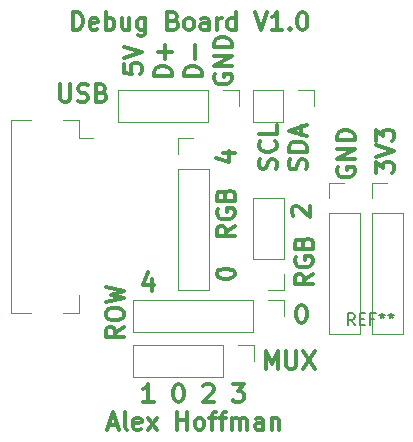
<source format=gbr>
G04 #@! TF.GenerationSoftware,KiCad,Pcbnew,5.1.5*
G04 #@! TF.CreationDate,2020-04-09T00:42:44+02:00*
G04 #@! TF.ProjectId,debug_control_board,64656275-675f-4636-9f6e-74726f6c5f62,rev?*
G04 #@! TF.SameCoordinates,Original*
G04 #@! TF.FileFunction,Legend,Top*
G04 #@! TF.FilePolarity,Positive*
%FSLAX46Y46*%
G04 Gerber Fmt 4.6, Leading zero omitted, Abs format (unit mm)*
G04 Created by KiCad (PCBNEW 5.1.5) date 2020-04-09 00:42:44*
%MOMM*%
%LPD*%
G04 APERTURE LIST*
%ADD10C,0.300000*%
%ADD11C,0.120000*%
%ADD12C,0.150000*%
G04 APERTURE END LIST*
D10*
X124150000Y-105475000D02*
X124864285Y-105475000D01*
X124007142Y-105903571D02*
X124507142Y-104403571D01*
X125007142Y-105903571D01*
X125721428Y-105903571D02*
X125578571Y-105832142D01*
X125507142Y-105689285D01*
X125507142Y-104403571D01*
X126864285Y-105832142D02*
X126721428Y-105903571D01*
X126435714Y-105903571D01*
X126292857Y-105832142D01*
X126221428Y-105689285D01*
X126221428Y-105117857D01*
X126292857Y-104975000D01*
X126435714Y-104903571D01*
X126721428Y-104903571D01*
X126864285Y-104975000D01*
X126935714Y-105117857D01*
X126935714Y-105260714D01*
X126221428Y-105403571D01*
X127435714Y-105903571D02*
X128221428Y-104903571D01*
X127435714Y-104903571D02*
X128221428Y-105903571D01*
X129935714Y-105903571D02*
X129935714Y-104403571D01*
X129935714Y-105117857D02*
X130792857Y-105117857D01*
X130792857Y-105903571D02*
X130792857Y-104403571D01*
X131721428Y-105903571D02*
X131578571Y-105832142D01*
X131507142Y-105760714D01*
X131435714Y-105617857D01*
X131435714Y-105189285D01*
X131507142Y-105046428D01*
X131578571Y-104975000D01*
X131721428Y-104903571D01*
X131935714Y-104903571D01*
X132078571Y-104975000D01*
X132150000Y-105046428D01*
X132221428Y-105189285D01*
X132221428Y-105617857D01*
X132150000Y-105760714D01*
X132078571Y-105832142D01*
X131935714Y-105903571D01*
X131721428Y-105903571D01*
X132650000Y-104903571D02*
X133221428Y-104903571D01*
X132864285Y-105903571D02*
X132864285Y-104617857D01*
X132935714Y-104475000D01*
X133078571Y-104403571D01*
X133221428Y-104403571D01*
X133507142Y-104903571D02*
X134078571Y-104903571D01*
X133721428Y-105903571D02*
X133721428Y-104617857D01*
X133792857Y-104475000D01*
X133935714Y-104403571D01*
X134078571Y-104403571D01*
X134578571Y-105903571D02*
X134578571Y-104903571D01*
X134578571Y-105046428D02*
X134650000Y-104975000D01*
X134792857Y-104903571D01*
X135007142Y-104903571D01*
X135150000Y-104975000D01*
X135221428Y-105117857D01*
X135221428Y-105903571D01*
X135221428Y-105117857D02*
X135292857Y-104975000D01*
X135435714Y-104903571D01*
X135650000Y-104903571D01*
X135792857Y-104975000D01*
X135864285Y-105117857D01*
X135864285Y-105903571D01*
X137221428Y-105903571D02*
X137221428Y-105117857D01*
X137150000Y-104975000D01*
X137007142Y-104903571D01*
X136721428Y-104903571D01*
X136578571Y-104975000D01*
X137221428Y-105832142D02*
X137078571Y-105903571D01*
X136721428Y-105903571D01*
X136578571Y-105832142D01*
X136507142Y-105689285D01*
X136507142Y-105546428D01*
X136578571Y-105403571D01*
X136721428Y-105332142D01*
X137078571Y-105332142D01*
X137221428Y-105260714D01*
X137935714Y-104903571D02*
X137935714Y-105903571D01*
X137935714Y-105046428D02*
X138007142Y-104975000D01*
X138150000Y-104903571D01*
X138364285Y-104903571D01*
X138507142Y-104975000D01*
X138578571Y-105117857D01*
X138578571Y-105903571D01*
X121110714Y-72053571D02*
X121110714Y-70553571D01*
X121467857Y-70553571D01*
X121682142Y-70625000D01*
X121825000Y-70767857D01*
X121896428Y-70910714D01*
X121967857Y-71196428D01*
X121967857Y-71410714D01*
X121896428Y-71696428D01*
X121825000Y-71839285D01*
X121682142Y-71982142D01*
X121467857Y-72053571D01*
X121110714Y-72053571D01*
X123182142Y-71982142D02*
X123039285Y-72053571D01*
X122753571Y-72053571D01*
X122610714Y-71982142D01*
X122539285Y-71839285D01*
X122539285Y-71267857D01*
X122610714Y-71125000D01*
X122753571Y-71053571D01*
X123039285Y-71053571D01*
X123182142Y-71125000D01*
X123253571Y-71267857D01*
X123253571Y-71410714D01*
X122539285Y-71553571D01*
X123896428Y-72053571D02*
X123896428Y-70553571D01*
X123896428Y-71125000D02*
X124039285Y-71053571D01*
X124325000Y-71053571D01*
X124467857Y-71125000D01*
X124539285Y-71196428D01*
X124610714Y-71339285D01*
X124610714Y-71767857D01*
X124539285Y-71910714D01*
X124467857Y-71982142D01*
X124325000Y-72053571D01*
X124039285Y-72053571D01*
X123896428Y-71982142D01*
X125896428Y-71053571D02*
X125896428Y-72053571D01*
X125253571Y-71053571D02*
X125253571Y-71839285D01*
X125325000Y-71982142D01*
X125467857Y-72053571D01*
X125682142Y-72053571D01*
X125825000Y-71982142D01*
X125896428Y-71910714D01*
X127253571Y-71053571D02*
X127253571Y-72267857D01*
X127182142Y-72410714D01*
X127110714Y-72482142D01*
X126967857Y-72553571D01*
X126753571Y-72553571D01*
X126610714Y-72482142D01*
X127253571Y-71982142D02*
X127110714Y-72053571D01*
X126825000Y-72053571D01*
X126682142Y-71982142D01*
X126610714Y-71910714D01*
X126539285Y-71767857D01*
X126539285Y-71339285D01*
X126610714Y-71196428D01*
X126682142Y-71125000D01*
X126825000Y-71053571D01*
X127110714Y-71053571D01*
X127253571Y-71125000D01*
X129610714Y-71267857D02*
X129825000Y-71339285D01*
X129896428Y-71410714D01*
X129967857Y-71553571D01*
X129967857Y-71767857D01*
X129896428Y-71910714D01*
X129825000Y-71982142D01*
X129682142Y-72053571D01*
X129110714Y-72053571D01*
X129110714Y-70553571D01*
X129610714Y-70553571D01*
X129753571Y-70625000D01*
X129825000Y-70696428D01*
X129896428Y-70839285D01*
X129896428Y-70982142D01*
X129825000Y-71125000D01*
X129753571Y-71196428D01*
X129610714Y-71267857D01*
X129110714Y-71267857D01*
X130825000Y-72053571D02*
X130682142Y-71982142D01*
X130610714Y-71910714D01*
X130539285Y-71767857D01*
X130539285Y-71339285D01*
X130610714Y-71196428D01*
X130682142Y-71125000D01*
X130825000Y-71053571D01*
X131039285Y-71053571D01*
X131182142Y-71125000D01*
X131253571Y-71196428D01*
X131325000Y-71339285D01*
X131325000Y-71767857D01*
X131253571Y-71910714D01*
X131182142Y-71982142D01*
X131039285Y-72053571D01*
X130825000Y-72053571D01*
X132610714Y-72053571D02*
X132610714Y-71267857D01*
X132539285Y-71125000D01*
X132396428Y-71053571D01*
X132110714Y-71053571D01*
X131967857Y-71125000D01*
X132610714Y-71982142D02*
X132467857Y-72053571D01*
X132110714Y-72053571D01*
X131967857Y-71982142D01*
X131896428Y-71839285D01*
X131896428Y-71696428D01*
X131967857Y-71553571D01*
X132110714Y-71482142D01*
X132467857Y-71482142D01*
X132610714Y-71410714D01*
X133325000Y-72053571D02*
X133325000Y-71053571D01*
X133325000Y-71339285D02*
X133396428Y-71196428D01*
X133467857Y-71125000D01*
X133610714Y-71053571D01*
X133753571Y-71053571D01*
X134896428Y-72053571D02*
X134896428Y-70553571D01*
X134896428Y-71982142D02*
X134753571Y-72053571D01*
X134467857Y-72053571D01*
X134325000Y-71982142D01*
X134253571Y-71910714D01*
X134182142Y-71767857D01*
X134182142Y-71339285D01*
X134253571Y-71196428D01*
X134325000Y-71125000D01*
X134467857Y-71053571D01*
X134753571Y-71053571D01*
X134896428Y-71125000D01*
X136539285Y-70553571D02*
X137039285Y-72053571D01*
X137539285Y-70553571D01*
X138825000Y-72053571D02*
X137967857Y-72053571D01*
X138396428Y-72053571D02*
X138396428Y-70553571D01*
X138253571Y-70767857D01*
X138110714Y-70910714D01*
X137967857Y-70982142D01*
X139467857Y-71910714D02*
X139539285Y-71982142D01*
X139467857Y-72053571D01*
X139396428Y-71982142D01*
X139467857Y-71910714D01*
X139467857Y-72053571D01*
X140467857Y-70553571D02*
X140610714Y-70553571D01*
X140753571Y-70625000D01*
X140825000Y-70696428D01*
X140896428Y-70839285D01*
X140967857Y-71125000D01*
X140967857Y-71482142D01*
X140896428Y-71767857D01*
X140825000Y-71910714D01*
X140753571Y-71982142D01*
X140610714Y-72053571D01*
X140467857Y-72053571D01*
X140325000Y-71982142D01*
X140253571Y-71910714D01*
X140182142Y-71767857D01*
X140110714Y-71482142D01*
X140110714Y-71125000D01*
X140182142Y-70839285D01*
X140253571Y-70696428D01*
X140325000Y-70625000D01*
X140467857Y-70553571D01*
X125392571Y-97190571D02*
X124678285Y-97690571D01*
X125392571Y-98047714D02*
X123892571Y-98047714D01*
X123892571Y-97476285D01*
X123964000Y-97333428D01*
X124035428Y-97262000D01*
X124178285Y-97190571D01*
X124392571Y-97190571D01*
X124535428Y-97262000D01*
X124606857Y-97333428D01*
X124678285Y-97476285D01*
X124678285Y-98047714D01*
X123892571Y-96262000D02*
X123892571Y-95976285D01*
X123964000Y-95833428D01*
X124106857Y-95690571D01*
X124392571Y-95619142D01*
X124892571Y-95619142D01*
X125178285Y-95690571D01*
X125321142Y-95833428D01*
X125392571Y-95976285D01*
X125392571Y-96262000D01*
X125321142Y-96404857D01*
X125178285Y-96547714D01*
X124892571Y-96619142D01*
X124392571Y-96619142D01*
X124106857Y-96547714D01*
X123964000Y-96404857D01*
X123892571Y-96262000D01*
X123892571Y-95119142D02*
X125392571Y-94762000D01*
X124321142Y-94476285D01*
X125392571Y-94190571D01*
X123892571Y-93833428D01*
X134628000Y-102048571D02*
X135556571Y-102048571D01*
X135056571Y-102620000D01*
X135270857Y-102620000D01*
X135413714Y-102691428D01*
X135485142Y-102762857D01*
X135556571Y-102905714D01*
X135556571Y-103262857D01*
X135485142Y-103405714D01*
X135413714Y-103477142D01*
X135270857Y-103548571D01*
X134842285Y-103548571D01*
X134699428Y-103477142D01*
X134628000Y-103405714D01*
X132159428Y-102191428D02*
X132230857Y-102120000D01*
X132373714Y-102048571D01*
X132730857Y-102048571D01*
X132873714Y-102120000D01*
X132945142Y-102191428D01*
X133016571Y-102334285D01*
X133016571Y-102477142D01*
X132945142Y-102691428D01*
X132088000Y-103548571D01*
X133016571Y-103548571D01*
X129976571Y-102048571D02*
X130119428Y-102048571D01*
X130262285Y-102120000D01*
X130333714Y-102191428D01*
X130405142Y-102334285D01*
X130476571Y-102620000D01*
X130476571Y-102977142D01*
X130405142Y-103262857D01*
X130333714Y-103405714D01*
X130262285Y-103477142D01*
X130119428Y-103548571D01*
X129976571Y-103548571D01*
X129833714Y-103477142D01*
X129762285Y-103405714D01*
X129690857Y-103262857D01*
X129619428Y-102977142D01*
X129619428Y-102620000D01*
X129690857Y-102334285D01*
X129762285Y-102191428D01*
X129833714Y-102120000D01*
X129976571Y-102048571D01*
X127936571Y-103548571D02*
X127079428Y-103548571D01*
X127508000Y-103548571D02*
X127508000Y-102048571D01*
X127365142Y-102262857D01*
X127222285Y-102405714D01*
X127079428Y-102477142D01*
X137446000Y-100754571D02*
X137446000Y-99254571D01*
X137946000Y-100326000D01*
X138446000Y-99254571D01*
X138446000Y-100754571D01*
X139160285Y-99254571D02*
X139160285Y-100468857D01*
X139231714Y-100611714D01*
X139303142Y-100683142D01*
X139446000Y-100754571D01*
X139731714Y-100754571D01*
X139874571Y-100683142D01*
X139946000Y-100611714D01*
X140017428Y-100468857D01*
X140017428Y-99254571D01*
X140588857Y-99254571D02*
X141588857Y-100754571D01*
X141588857Y-99254571D02*
X140588857Y-100754571D01*
X139783428Y-87804571D02*
X139712000Y-87733142D01*
X139640571Y-87590285D01*
X139640571Y-87233142D01*
X139712000Y-87090285D01*
X139783428Y-87018857D01*
X139926285Y-86947428D01*
X140069142Y-86947428D01*
X140283428Y-87018857D01*
X141140571Y-87876000D01*
X141140571Y-86947428D01*
X133108000Y-75818857D02*
X133036571Y-75961714D01*
X133036571Y-76176000D01*
X133108000Y-76390285D01*
X133250857Y-76533142D01*
X133393714Y-76604571D01*
X133679428Y-76676000D01*
X133893714Y-76676000D01*
X134179428Y-76604571D01*
X134322285Y-76533142D01*
X134465142Y-76390285D01*
X134536571Y-76176000D01*
X134536571Y-76033142D01*
X134465142Y-75818857D01*
X134393714Y-75747428D01*
X133893714Y-75747428D01*
X133893714Y-76033142D01*
X134536571Y-75104571D02*
X133036571Y-75104571D01*
X134536571Y-74247428D01*
X133036571Y-74247428D01*
X134536571Y-73533142D02*
X133036571Y-73533142D01*
X133036571Y-73176000D01*
X133108000Y-72961714D01*
X133250857Y-72818857D01*
X133393714Y-72747428D01*
X133679428Y-72676000D01*
X133893714Y-72676000D01*
X134179428Y-72747428D01*
X134322285Y-72818857D01*
X134465142Y-72961714D01*
X134536571Y-73176000D01*
X134536571Y-73533142D01*
X131996571Y-75997428D02*
X130496571Y-75997428D01*
X130496571Y-75640285D01*
X130568000Y-75426000D01*
X130710857Y-75283142D01*
X130853714Y-75211714D01*
X131139428Y-75140285D01*
X131353714Y-75140285D01*
X131639428Y-75211714D01*
X131782285Y-75283142D01*
X131925142Y-75426000D01*
X131996571Y-75640285D01*
X131996571Y-75997428D01*
X131425142Y-74497428D02*
X131425142Y-73354571D01*
X129456571Y-75997428D02*
X127956571Y-75997428D01*
X127956571Y-75640285D01*
X128028000Y-75426000D01*
X128170857Y-75283142D01*
X128313714Y-75211714D01*
X128599428Y-75140285D01*
X128813714Y-75140285D01*
X129099428Y-75211714D01*
X129242285Y-75283142D01*
X129385142Y-75426000D01*
X129456571Y-75640285D01*
X129456571Y-75997428D01*
X128885142Y-74497428D02*
X128885142Y-73354571D01*
X129456571Y-73926000D02*
X128313714Y-73926000D01*
X125416571Y-74961714D02*
X125416571Y-75676000D01*
X126130857Y-75747428D01*
X126059428Y-75676000D01*
X125988000Y-75533142D01*
X125988000Y-75176000D01*
X126059428Y-75033142D01*
X126130857Y-74961714D01*
X126273714Y-74890285D01*
X126630857Y-74890285D01*
X126773714Y-74961714D01*
X126845142Y-75033142D01*
X126916571Y-75176000D01*
X126916571Y-75533142D01*
X126845142Y-75676000D01*
X126773714Y-75747428D01*
X125416571Y-74461714D02*
X126916571Y-73961714D01*
X125416571Y-73461714D01*
X120027142Y-76648571D02*
X120027142Y-77862857D01*
X120098571Y-78005714D01*
X120170000Y-78077142D01*
X120312857Y-78148571D01*
X120598571Y-78148571D01*
X120741428Y-78077142D01*
X120812857Y-78005714D01*
X120884285Y-77862857D01*
X120884285Y-76648571D01*
X121527142Y-78077142D02*
X121741428Y-78148571D01*
X122098571Y-78148571D01*
X122241428Y-78077142D01*
X122312857Y-78005714D01*
X122384285Y-77862857D01*
X122384285Y-77720000D01*
X122312857Y-77577142D01*
X122241428Y-77505714D01*
X122098571Y-77434285D01*
X121812857Y-77362857D01*
X121670000Y-77291428D01*
X121598571Y-77220000D01*
X121527142Y-77077142D01*
X121527142Y-76934285D01*
X121598571Y-76791428D01*
X121670000Y-76720000D01*
X121812857Y-76648571D01*
X122170000Y-76648571D01*
X122384285Y-76720000D01*
X123527142Y-77362857D02*
X123741428Y-77434285D01*
X123812857Y-77505714D01*
X123884285Y-77648571D01*
X123884285Y-77862857D01*
X123812857Y-78005714D01*
X123741428Y-78077142D01*
X123598571Y-78148571D01*
X123027142Y-78148571D01*
X123027142Y-76648571D01*
X123527142Y-76648571D01*
X123670000Y-76720000D01*
X123741428Y-76791428D01*
X123812857Y-76934285D01*
X123812857Y-77077142D01*
X123741428Y-77220000D01*
X123670000Y-77291428D01*
X123527142Y-77362857D01*
X123027142Y-77362857D01*
X140815142Y-83863428D02*
X140886571Y-83649142D01*
X140886571Y-83292000D01*
X140815142Y-83149142D01*
X140743714Y-83077714D01*
X140600857Y-83006285D01*
X140458000Y-83006285D01*
X140315142Y-83077714D01*
X140243714Y-83149142D01*
X140172285Y-83292000D01*
X140100857Y-83577714D01*
X140029428Y-83720571D01*
X139958000Y-83792000D01*
X139815142Y-83863428D01*
X139672285Y-83863428D01*
X139529428Y-83792000D01*
X139458000Y-83720571D01*
X139386571Y-83577714D01*
X139386571Y-83220571D01*
X139458000Y-83006285D01*
X140886571Y-82363428D02*
X139386571Y-82363428D01*
X139386571Y-82006285D01*
X139458000Y-81792000D01*
X139600857Y-81649142D01*
X139743714Y-81577714D01*
X140029428Y-81506285D01*
X140243714Y-81506285D01*
X140529428Y-81577714D01*
X140672285Y-81649142D01*
X140815142Y-81792000D01*
X140886571Y-82006285D01*
X140886571Y-82363428D01*
X140458000Y-80934857D02*
X140458000Y-80220571D01*
X140886571Y-81077714D02*
X139386571Y-80577714D01*
X140886571Y-80077714D01*
X141394571Y-92729714D02*
X140680285Y-93229714D01*
X141394571Y-93586857D02*
X139894571Y-93586857D01*
X139894571Y-93015428D01*
X139966000Y-92872571D01*
X140037428Y-92801142D01*
X140180285Y-92729714D01*
X140394571Y-92729714D01*
X140537428Y-92801142D01*
X140608857Y-92872571D01*
X140680285Y-93015428D01*
X140680285Y-93586857D01*
X139966000Y-91301142D02*
X139894571Y-91444000D01*
X139894571Y-91658285D01*
X139966000Y-91872571D01*
X140108857Y-92015428D01*
X140251714Y-92086857D01*
X140537428Y-92158285D01*
X140751714Y-92158285D01*
X141037428Y-92086857D01*
X141180285Y-92015428D01*
X141323142Y-91872571D01*
X141394571Y-91658285D01*
X141394571Y-91515428D01*
X141323142Y-91301142D01*
X141251714Y-91229714D01*
X140751714Y-91229714D01*
X140751714Y-91515428D01*
X140608857Y-90086857D02*
X140680285Y-89872571D01*
X140751714Y-89801142D01*
X140894571Y-89729714D01*
X141108857Y-89729714D01*
X141251714Y-89801142D01*
X141323142Y-89872571D01*
X141394571Y-90015428D01*
X141394571Y-90586857D01*
X139894571Y-90586857D01*
X139894571Y-90086857D01*
X139966000Y-89944000D01*
X140037428Y-89872571D01*
X140180285Y-89801142D01*
X140323142Y-89801142D01*
X140466000Y-89872571D01*
X140537428Y-89944000D01*
X140608857Y-90086857D01*
X140608857Y-90586857D01*
X138275142Y-83827714D02*
X138346571Y-83613428D01*
X138346571Y-83256285D01*
X138275142Y-83113428D01*
X138203714Y-83042000D01*
X138060857Y-82970571D01*
X137918000Y-82970571D01*
X137775142Y-83042000D01*
X137703714Y-83113428D01*
X137632285Y-83256285D01*
X137560857Y-83542000D01*
X137489428Y-83684857D01*
X137418000Y-83756285D01*
X137275142Y-83827714D01*
X137132285Y-83827714D01*
X136989428Y-83756285D01*
X136918000Y-83684857D01*
X136846571Y-83542000D01*
X136846571Y-83184857D01*
X136918000Y-82970571D01*
X138203714Y-81470571D02*
X138275142Y-81542000D01*
X138346571Y-81756285D01*
X138346571Y-81899142D01*
X138275142Y-82113428D01*
X138132285Y-82256285D01*
X137989428Y-82327714D01*
X137703714Y-82399142D01*
X137489428Y-82399142D01*
X137203714Y-82327714D01*
X137060857Y-82256285D01*
X136918000Y-82113428D01*
X136846571Y-81899142D01*
X136846571Y-81756285D01*
X136918000Y-81542000D01*
X136989428Y-81470571D01*
X138346571Y-80113428D02*
X138346571Y-80827714D01*
X136846571Y-80827714D01*
X143522000Y-83692857D02*
X143450571Y-83835714D01*
X143450571Y-84050000D01*
X143522000Y-84264285D01*
X143664857Y-84407142D01*
X143807714Y-84478571D01*
X144093428Y-84550000D01*
X144307714Y-84550000D01*
X144593428Y-84478571D01*
X144736285Y-84407142D01*
X144879142Y-84264285D01*
X144950571Y-84050000D01*
X144950571Y-83907142D01*
X144879142Y-83692857D01*
X144807714Y-83621428D01*
X144307714Y-83621428D01*
X144307714Y-83907142D01*
X144950571Y-82978571D02*
X143450571Y-82978571D01*
X144950571Y-82121428D01*
X143450571Y-82121428D01*
X144950571Y-81407142D02*
X143450571Y-81407142D01*
X143450571Y-81050000D01*
X143522000Y-80835714D01*
X143664857Y-80692857D01*
X143807714Y-80621428D01*
X144093428Y-80550000D01*
X144307714Y-80550000D01*
X144593428Y-80621428D01*
X144736285Y-80692857D01*
X144879142Y-80835714D01*
X144950571Y-81050000D01*
X144950571Y-81407142D01*
X146752571Y-84153142D02*
X146752571Y-83224571D01*
X147324000Y-83724571D01*
X147324000Y-83510285D01*
X147395428Y-83367428D01*
X147466857Y-83296000D01*
X147609714Y-83224571D01*
X147966857Y-83224571D01*
X148109714Y-83296000D01*
X148181142Y-83367428D01*
X148252571Y-83510285D01*
X148252571Y-83938857D01*
X148181142Y-84081714D01*
X148109714Y-84153142D01*
X146752571Y-82796000D02*
X148252571Y-82296000D01*
X146752571Y-81796000D01*
X146752571Y-81438857D02*
X146752571Y-80510285D01*
X147324000Y-81010285D01*
X147324000Y-80796000D01*
X147395428Y-80653142D01*
X147466857Y-80581714D01*
X147609714Y-80510285D01*
X147966857Y-80510285D01*
X148109714Y-80581714D01*
X148181142Y-80653142D01*
X148252571Y-80796000D01*
X148252571Y-81224571D01*
X148181142Y-81367428D01*
X148109714Y-81438857D01*
X140390571Y-96833428D02*
X140533428Y-96833428D01*
X140676285Y-96762000D01*
X140747714Y-96690571D01*
X140819142Y-96547714D01*
X140890571Y-96262000D01*
X140890571Y-95904857D01*
X140819142Y-95619142D01*
X140747714Y-95476285D01*
X140676285Y-95404857D01*
X140533428Y-95333428D01*
X140390571Y-95333428D01*
X140247714Y-95404857D01*
X140176285Y-95476285D01*
X140104857Y-95619142D01*
X140033428Y-95904857D01*
X140033428Y-96262000D01*
X140104857Y-96547714D01*
X140176285Y-96690571D01*
X140247714Y-96762000D01*
X140390571Y-96833428D01*
X127793714Y-93150571D02*
X127793714Y-94150571D01*
X127436571Y-92579142D02*
X127079428Y-93650571D01*
X128008000Y-93650571D01*
X133290571Y-92638571D02*
X133290571Y-92781428D01*
X133362000Y-92924285D01*
X133433428Y-92995714D01*
X133576285Y-93067142D01*
X133862000Y-93138571D01*
X134219142Y-93138571D01*
X134504857Y-93067142D01*
X134647714Y-92995714D01*
X134719142Y-92924285D01*
X134790571Y-92781428D01*
X134790571Y-92638571D01*
X134719142Y-92495714D01*
X134647714Y-92424285D01*
X134504857Y-92352857D01*
X134219142Y-92281428D01*
X133862000Y-92281428D01*
X133576285Y-92352857D01*
X133433428Y-92424285D01*
X133362000Y-92495714D01*
X133290571Y-92638571D01*
X133790571Y-82518285D02*
X134790571Y-82518285D01*
X133219142Y-82875428D02*
X134290571Y-83232571D01*
X134290571Y-82304000D01*
X134790571Y-88665714D02*
X134076285Y-89165714D01*
X134790571Y-89522857D02*
X133290571Y-89522857D01*
X133290571Y-88951428D01*
X133362000Y-88808571D01*
X133433428Y-88737142D01*
X133576285Y-88665714D01*
X133790571Y-88665714D01*
X133933428Y-88737142D01*
X134004857Y-88808571D01*
X134076285Y-88951428D01*
X134076285Y-89522857D01*
X133362000Y-87237142D02*
X133290571Y-87380000D01*
X133290571Y-87594285D01*
X133362000Y-87808571D01*
X133504857Y-87951428D01*
X133647714Y-88022857D01*
X133933428Y-88094285D01*
X134147714Y-88094285D01*
X134433428Y-88022857D01*
X134576285Y-87951428D01*
X134719142Y-87808571D01*
X134790571Y-87594285D01*
X134790571Y-87451428D01*
X134719142Y-87237142D01*
X134647714Y-87165714D01*
X134147714Y-87165714D01*
X134147714Y-87451428D01*
X134004857Y-86022857D02*
X134076285Y-85808571D01*
X134147714Y-85737142D01*
X134290571Y-85665714D01*
X134504857Y-85665714D01*
X134647714Y-85737142D01*
X134719142Y-85808571D01*
X134790571Y-85951428D01*
X134790571Y-86522857D01*
X133290571Y-86522857D01*
X133290571Y-86022857D01*
X133362000Y-85880000D01*
X133433428Y-85808571D01*
X133576285Y-85737142D01*
X133719142Y-85737142D01*
X133862000Y-85808571D01*
X133933428Y-85880000D01*
X134004857Y-86022857D01*
X134004857Y-86522857D01*
D11*
X129988000Y-94040000D02*
X132648000Y-94040000D01*
X129988000Y-83820000D02*
X129988000Y-94040000D01*
X132648000Y-83820000D02*
X132648000Y-94040000D01*
X129988000Y-83820000D02*
X132648000Y-83820000D01*
X129988000Y-82550000D02*
X129988000Y-81220000D01*
X129988000Y-81220000D02*
X131318000Y-81220000D01*
X138998000Y-94936000D02*
X138998000Y-96266000D01*
X137668000Y-94936000D02*
X138998000Y-94936000D01*
X136398000Y-94936000D02*
X136398000Y-97596000D01*
X136398000Y-97596000D02*
X126178000Y-97596000D01*
X136398000Y-94936000D02*
X126178000Y-94936000D01*
X126178000Y-94936000D02*
X126178000Y-97596000D01*
X136458000Y-98746000D02*
X136458000Y-100076000D01*
X135128000Y-98746000D02*
X136458000Y-98746000D01*
X133858000Y-98746000D02*
X133858000Y-101406000D01*
X133858000Y-101406000D02*
X126178000Y-101406000D01*
X133858000Y-98746000D02*
X126178000Y-98746000D01*
X126178000Y-98746000D02*
X126178000Y-101406000D01*
X135188000Y-77156000D02*
X135188000Y-78486000D01*
X133858000Y-77156000D02*
X135188000Y-77156000D01*
X132588000Y-77156000D02*
X132588000Y-79816000D01*
X132588000Y-79816000D02*
X124908000Y-79816000D01*
X132588000Y-77156000D02*
X124908000Y-77156000D01*
X124908000Y-77156000D02*
X124908000Y-79816000D01*
X142763001Y-97795001D02*
X145423001Y-97795001D01*
X142763001Y-87575001D02*
X142763001Y-97795001D01*
X145423001Y-87575001D02*
X145423001Y-97795001D01*
X142763001Y-87575001D02*
X145423001Y-87575001D01*
X142763001Y-86305001D02*
X142763001Y-84975001D01*
X142763001Y-84975001D02*
X144093001Y-84975001D01*
X146397001Y-84975001D02*
X147727001Y-84975001D01*
X146397001Y-86305001D02*
X146397001Y-84975001D01*
X146397001Y-87575001D02*
X149057001Y-87575001D01*
X149057001Y-87575001D02*
X149057001Y-97795001D01*
X146397001Y-87575001D02*
X146397001Y-97795001D01*
X146397001Y-97795001D02*
X149057001Y-97795001D01*
X136338000Y-77156000D02*
X136338000Y-79816000D01*
X138938000Y-77156000D02*
X136338000Y-77156000D01*
X138938000Y-79816000D02*
X136338000Y-79816000D01*
X138938000Y-77156000D02*
X138938000Y-79816000D01*
X140208000Y-77156000D02*
X141538000Y-77156000D01*
X141538000Y-77156000D02*
X141538000Y-78486000D01*
X138998000Y-86300000D02*
X136338000Y-86300000D01*
X138998000Y-91440000D02*
X138998000Y-86300000D01*
X136338000Y-91440000D02*
X136338000Y-86300000D01*
X138998000Y-91440000D02*
X136338000Y-91440000D01*
X138998000Y-92710000D02*
X138998000Y-94040000D01*
X138998000Y-94040000D02*
X137668000Y-94040000D01*
X121630000Y-81180000D02*
X122830000Y-81180000D01*
X115830000Y-95990000D02*
X117570000Y-95990000D01*
X115830000Y-79690000D02*
X115830000Y-95990000D01*
X117570000Y-79690000D02*
X115830000Y-79690000D01*
X121630000Y-95990000D02*
X120290000Y-95990000D01*
X121630000Y-94500000D02*
X121630000Y-95990000D01*
X121630000Y-79690000D02*
X120290000Y-79690000D01*
X121630000Y-81180000D02*
X121630000Y-79690000D01*
D12*
X144966666Y-97052380D02*
X144633333Y-96576190D01*
X144395238Y-97052380D02*
X144395238Y-96052380D01*
X144776190Y-96052380D01*
X144871428Y-96100000D01*
X144919047Y-96147619D01*
X144966666Y-96242857D01*
X144966666Y-96385714D01*
X144919047Y-96480952D01*
X144871428Y-96528571D01*
X144776190Y-96576190D01*
X144395238Y-96576190D01*
X145395238Y-96528571D02*
X145728571Y-96528571D01*
X145871428Y-97052380D02*
X145395238Y-97052380D01*
X145395238Y-96052380D01*
X145871428Y-96052380D01*
X146633333Y-96528571D02*
X146300000Y-96528571D01*
X146300000Y-97052380D02*
X146300000Y-96052380D01*
X146776190Y-96052380D01*
X147300000Y-96052380D02*
X147300000Y-96290476D01*
X147061904Y-96195238D02*
X147300000Y-96290476D01*
X147538095Y-96195238D01*
X147157142Y-96480952D02*
X147300000Y-96290476D01*
X147442857Y-96480952D01*
X148061904Y-96052380D02*
X148061904Y-96290476D01*
X147823809Y-96195238D02*
X148061904Y-96290476D01*
X148300000Y-96195238D01*
X147919047Y-96480952D02*
X148061904Y-96290476D01*
X148204761Y-96480952D01*
M02*

</source>
